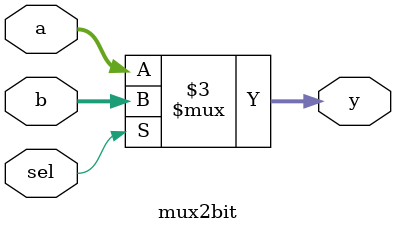
<source format=v>
module mux2bit (input [31:0] a,
                b,
                input sel,
                output reg [31:0] y);

always @(*) begin
    if (sel)
        y = b;
    else
        y = a;
end

endmodule

</source>
